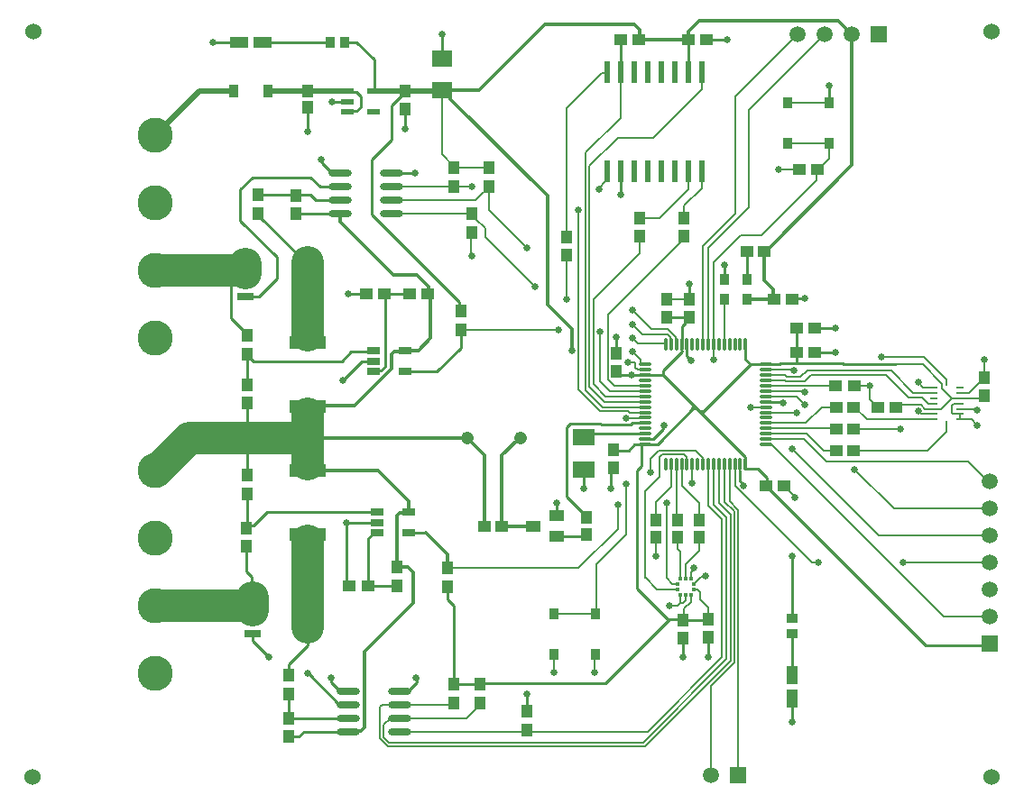
<source format=gtl>
G04*
G04 #@! TF.GenerationSoftware,Altium Limited,Altium Designer,19.0.14 (431)*
G04*
G04 Layer_Physical_Order=1*
G04 Layer_Color=255*
%FSLAX25Y25*%
%MOIN*%
G70*
G01*
G75*
%ADD14C,0.01000*%
%ADD17C,0.00700*%
%ADD19R,0.04724X0.04134*%
%ADD20R,0.03543X0.03937*%
%ADD21R,0.05512X0.03937*%
%ADD22R,0.03937X0.04528*%
%ADD23R,0.04528X0.03937*%
%ADD24R,0.03543X0.04134*%
%ADD25R,0.06693X0.04134*%
%ADD26R,0.04134X0.04724*%
%ADD27R,0.05906X0.02756*%
%ADD28R,0.13189X0.04921*%
%ADD29O,0.08661X0.02362*%
%ADD30R,0.04724X0.02559*%
%ADD31R,0.07874X0.06102*%
%ADD32R,0.02284X0.08032*%
%ADD33R,0.01181X0.01378*%
%ADD34R,0.01378X0.01181*%
%ADD35R,0.03051X0.00984*%
%ADD36R,0.00984X0.03051*%
%ADD37R,0.04764X0.02323*%
%ADD38O,0.05118X0.01181*%
%ADD39O,0.01181X0.05118*%
%ADD40R,0.04134X0.03543*%
%ADD41R,0.04134X0.06693*%
%ADD42R,0.03602X0.04803*%
%ADD43R,0.07480X0.06102*%
%ADD75C,0.02000*%
%ADD76C,0.01200*%
%ADD77C,0.00800*%
%ADD78C,0.00600*%
%ADD79C,0.12000*%
%ADD80C,0.10000*%
%ADD81C,0.04756*%
%ADD82C,0.13000*%
%ADD83C,0.05906*%
%ADD84R,0.05906X0.05906*%
%ADD85C,0.06000*%
%ADD86R,0.05906X0.05906*%
%ADD87C,0.02550*%
G36*
X257000Y147700D02*
X257300Y147400D01*
X255300D01*
X255500Y149200D01*
X257000Y147700D01*
D02*
G37*
G36*
X260000Y145500D02*
X258500Y147000D01*
X258200Y147300D01*
X260200D01*
X260000Y145500D01*
D02*
G37*
D14*
X288100Y164600D02*
X294200D01*
X287764Y164264D02*
X288100Y164600D01*
X294200D02*
X294253Y164654D01*
X251500Y70000D02*
X252000Y69500D01*
X228673Y160327D02*
X238256D01*
X138000Y265000D02*
Y265293D01*
X261154Y69846D02*
X261500Y69500D01*
X341949Y60500D02*
X365500D01*
X254346Y181653D02*
X254500Y181500D01*
X98310Y109610D02*
X139098D01*
X93570Y104870D02*
X98310Y109610D01*
X91906Y104870D02*
X93570D01*
X91000Y123000D02*
Y137000D01*
X267000Y196000D02*
X267500Y196500D01*
X292500Y188347D02*
X292754Y188600D01*
X205500Y108591D02*
X205591Y108500D01*
X127906Y105370D02*
X128406Y105870D01*
X122000Y48000D02*
X122081D01*
X169500Y186000D02*
Y187300D01*
X137000Y219800D02*
X169500Y187300D01*
X137000Y219800D02*
Y240000D01*
X92900Y75000D02*
Y85600D01*
Y73100D02*
Y75000D01*
X90906Y87594D02*
X92900Y85600D01*
X128000Y258000D02*
X131500D01*
X113500Y60500D02*
Y67000D01*
X244866Y162066D02*
X251700Y168900D01*
Y169520D01*
X284123Y164264D02*
X284207Y164348D01*
X251607Y170387D02*
X251720Y170500D01*
X251607Y169613D02*
Y170387D01*
X244866Y160327D02*
X275186Y130007D01*
X244866Y160327D02*
Y162066D01*
X251607Y169613D02*
X251700Y169520D01*
X228500Y160500D02*
X228673Y160327D01*
X294200Y164600D02*
X311168D01*
X294253Y164654D02*
Y168700D01*
X284123Y164264D02*
X287764D01*
X282744D02*
X284123D01*
X311168Y164600D02*
X311504Y164264D01*
X254500Y188500D02*
Y194000D01*
X275347Y125787D02*
X279713D01*
X311504Y164264D02*
X330764D01*
X275264Y125871D02*
X275347Y125787D01*
X167500Y45945D02*
X177000D01*
X217000Y138500D02*
X217173Y138673D01*
X238256D01*
X223500Y46500D02*
X247000Y70000D01*
X177260Y46500D02*
X223500D01*
X177000Y46240D02*
X177260Y46500D01*
X194500Y36000D02*
Y42500D01*
X247000Y70000D02*
X251500D01*
X246500D02*
X247000D01*
X165000Y77500D02*
Y81000D01*
Y77500D02*
X167500Y75000D01*
Y45945D02*
Y75000D01*
X225500Y118500D02*
Y124500D01*
X226500Y125500D01*
X236836Y134702D02*
X236871Y134736D01*
X236787Y134653D02*
X236836Y134702D01*
X234202D02*
X236836D01*
X235000Y81500D02*
X246500Y70000D01*
X235000Y81500D02*
Y125000D01*
X236787Y126787D01*
Y134653D01*
X236871Y134736D02*
X238256D01*
X252000Y69846D02*
X261154D01*
X229000Y227000D02*
X229000Y227000D01*
X229000Y227000D02*
Y232500D01*
X229000Y232500D01*
X246000Y181653D02*
X254346D01*
X253000Y179858D02*
Y180000D01*
X251642Y178500D02*
X253000Y179858D01*
X251642Y171744D02*
Y178500D01*
X85000Y181240D02*
Y194000D01*
Y181240D02*
X91000Y175240D01*
Y174945D02*
Y175240D01*
X90906Y87594D02*
Y96925D01*
X149474Y265026D02*
X149500Y265051D01*
X144500Y260051D02*
X149474Y265026D01*
X137000Y240000D02*
X144500Y247500D01*
X149500Y265051D02*
Y265346D01*
X144500Y247500D02*
Y260051D01*
X138000Y265293D02*
Y277000D01*
X131500Y283500D02*
X138000Y277000D01*
X142000Y163500D02*
Y190500D01*
X152000D01*
X141945D02*
X142000D01*
X152000D02*
X152000Y190500D01*
X227500Y168347D02*
Y174500D01*
X227500Y168347D02*
X227500Y168347D01*
X292500Y71256D02*
Y93500D01*
X292000Y70756D02*
X292500Y71256D01*
X292000Y70756D02*
X292500Y70256D01*
X288500Y150000D02*
Y150081D01*
X292000Y49000D02*
X292500Y49500D01*
Y64744D01*
X288096Y150484D02*
X288500Y150081D01*
X282744Y150484D02*
X288096D01*
X292500Y32000D02*
Y40571D01*
X292500Y40571D01*
X216043Y108500D02*
X216500D01*
X233610Y142610D02*
X238256D01*
X232925Y141925D02*
X233610Y142610D01*
X222075Y141925D02*
X232925D01*
X215500Y118500D02*
Y124843D01*
X209000Y115543D02*
X216043Y108500D01*
X209000Y115543D02*
Y141000D01*
X210500Y142500D01*
X221500D01*
X222075Y141925D01*
X216260Y100760D02*
X216500Y101000D01*
X205331Y100760D02*
X216260D01*
X161240Y161760D02*
X170000Y170520D01*
X149740Y161760D02*
X161240D01*
X170000Y170520D02*
Y176500D01*
X215500Y124843D02*
X215579Y124921D01*
X205500Y108591D02*
Y113000D01*
X306000Y262000D02*
X306500Y261500D01*
X306000Y262000D02*
Y267500D01*
X260847Y284500D02*
X268500D01*
X260846Y284500D02*
X260847Y284500D01*
X275186Y127334D02*
Y130007D01*
X238256Y160327D02*
X244866D01*
X282653Y119500D02*
X282949D01*
X341949Y60500D01*
X283000Y120000D02*
Y122500D01*
X279713Y125787D02*
X283000Y122500D01*
X275264Y125871D02*
Y127256D01*
X292754Y188600D02*
X297300D01*
X292347Y188500D02*
X292500Y188347D01*
X273200Y124091D02*
X273217Y124109D01*
X273200Y121219D02*
Y124091D01*
Y121219D02*
X274500Y119919D01*
X273217Y124109D02*
Y125000D01*
X274500Y119500D02*
Y119919D01*
X281764Y119082D02*
X282000Y118846D01*
X232000Y132500D02*
X234202Y134702D01*
X249595Y125500D02*
X249673Y125422D01*
X261500Y56000D02*
Y62000D01*
X252000Y56000D02*
Y61106D01*
X251976Y61130D02*
X252000Y61106D01*
X114000Y49701D02*
Y50000D01*
Y49701D02*
X125201Y38500D01*
X128551D01*
X92980Y62020D02*
X99000Y56000D01*
X92980Y62020D02*
Y64870D01*
X106500Y53500D02*
X113500Y60500D01*
X106500Y49445D02*
Y53500D01*
X106500Y49445D02*
X106500Y49445D01*
X114831Y100795D02*
X114906Y100870D01*
X107000Y33500D02*
X128551D01*
X112000Y28500D02*
X125500D01*
X110153Y26654D02*
X112000Y28500D01*
X106500Y26654D02*
X110153D01*
X226996Y125496D02*
X227000Y125500D01*
X214500Y125496D02*
X215500D01*
X228000Y132500D02*
X232000D01*
X229000Y275500D02*
X229000Y275500D01*
X229000Y275500D02*
Y284445D01*
X229055Y284500D01*
X267390Y187890D02*
Y188236D01*
Y173578D02*
X267468Y173500D01*
X267366Y188260D02*
X267390Y188236D01*
Y187890D02*
X267500Y188000D01*
X249673Y107075D02*
X250000Y106748D01*
X253532Y167239D02*
X255016Y165756D01*
X275264Y166035D02*
Y171744D01*
X241007Y136783D02*
X244643Y140418D01*
X253532Y167239D02*
Y171666D01*
X238256Y134736D02*
X242736D01*
X238334Y136783D02*
X241007D01*
X242736Y134736D02*
X256576Y148576D01*
X277134Y164264D02*
X282744D01*
X244643Y140418D02*
Y141383D01*
X275264Y166035D02*
X277035Y164264D01*
X259122Y146252D02*
X277134Y164264D01*
X300946Y168700D02*
X308600D01*
X300946Y177700D02*
X308600D01*
X294253Y176854D02*
X294600Y177200D01*
X294253Y168700D02*
Y176854D01*
X275500Y205500D02*
X275634Y205366D01*
Y195740D02*
Y205366D01*
X267500Y196500D02*
Y201000D01*
X152000Y102000D02*
X157000D01*
X153000Y235000D02*
X153000Y235000D01*
X144449Y235000D02*
X153000D01*
X144449Y235000D02*
X144449Y235000D01*
X99000Y283500D02*
X121744D01*
X121744Y283500D01*
X128000Y283500D02*
X131500D01*
X129500Y169000D02*
X137000D01*
X137500Y169500D01*
X126000Y165500D02*
X129500Y169000D01*
X133500Y165500D02*
X137693D01*
X126500Y158500D02*
X133500Y165500D01*
X140500Y162000D02*
X142000Y163500D01*
X137933Y162000D02*
X140500D01*
X137693Y161760D02*
X137933Y162000D01*
X128500Y190500D02*
X135055D01*
X135055Y190500D01*
X90906Y103870D02*
X91906Y104870D01*
X91000Y104000D02*
X91000Y104000D01*
Y116555D01*
X106500Y33347D02*
Y42500D01*
X107000Y33500D02*
X107000Y33500D01*
X106500Y42500D02*
X106500Y42500D01*
X118000Y230000D02*
X122000D01*
X114500Y233500D02*
X118000Y230000D01*
X93000Y233500D02*
X114500D01*
X88500Y229000D02*
X93000Y233500D01*
X88500Y217500D02*
Y229000D01*
Y217500D02*
X102000Y204000D01*
Y196000D02*
Y204000D01*
X95500Y189500D02*
X102000Y196000D01*
X90575Y189500D02*
X95500D01*
X108055Y226945D02*
X108500Y226500D01*
X95000Y226945D02*
X108055D01*
X110000Y227000D02*
X114500D01*
X116500Y225000D01*
X125551D01*
X124000Y220000D02*
X124000Y220000D01*
X109154Y220000D02*
X124000D01*
X109000Y220153D02*
X109154Y220000D01*
X95260Y219500D02*
X112760Y202000D01*
X95000Y219500D02*
X95260D01*
X112760Y202000D02*
X113500D01*
X163000Y278500D02*
Y286500D01*
Y278500D02*
X163500Y278000D01*
X163000Y277500D02*
X163500Y278000D01*
X149500Y251500D02*
Y258654D01*
X149500Y258654D01*
X128059Y265240D02*
X128299Y265000D01*
X122500Y261500D02*
X127500D01*
X122500Y261500D02*
X122500Y261500D01*
X91000Y137000D02*
Y149500D01*
X254000Y272500D02*
Y284000D01*
X78500Y283500D02*
X88071D01*
X88071Y283500D01*
X113500Y251000D02*
Y259298D01*
X113500Y259298D01*
X205331Y108240D02*
X205591Y108500D01*
X131500Y258000D02*
X133000Y259500D01*
Y263500D01*
X131500Y265000D02*
X133000Y263500D01*
X128299Y265000D02*
X131500D01*
X215498Y137502D02*
X215500Y137500D01*
X215327Y137673D02*
X215498Y137502D01*
X215500Y125000D02*
X215579Y124921D01*
X135906Y82370D02*
Y100020D01*
X153919Y48000D02*
X154000D01*
X173823Y212878D02*
X174000Y213055D01*
X118500Y240000D02*
X118797Y239703D01*
Y238605D02*
Y239703D01*
Y238605D02*
X122401Y235000D01*
X122500D01*
X153703Y47784D02*
X153919Y48000D01*
X153703Y46605D02*
Y47784D01*
X150599Y43500D02*
X153703Y46605D01*
X147449Y43500D02*
X150599D01*
X122081Y48000D02*
X122297Y47784D01*
Y46605D02*
Y47784D01*
Y46605D02*
X125401Y43500D01*
X128551D01*
X135906Y100020D02*
X138016Y102130D01*
X139098D01*
X128406Y105870D02*
X138406D01*
X127906Y83425D02*
Y105370D01*
Y83425D02*
X128961Y82370D01*
X135906D02*
X135961Y82425D01*
X146406D01*
X91000Y168055D02*
X91277Y167778D01*
X93555Y165500D01*
X126000D01*
X91000Y158945D02*
Y167500D01*
D17*
X354321Y151814D02*
X363786D01*
X363486Y151068D02*
X363500Y151054D01*
D19*
X285653Y188500D02*
D03*
X292347D02*
D03*
X260846Y284500D02*
D03*
X254153D02*
D03*
X324153Y148500D02*
D03*
X330847D02*
D03*
X300946Y177700D02*
D03*
X294253D02*
D03*
X300946Y168700D02*
D03*
X294253D02*
D03*
X289347Y119500D02*
D03*
X282653D02*
D03*
X301847Y236500D02*
D03*
X295153D02*
D03*
D20*
X275634Y188260D02*
D03*
X267366D02*
D03*
Y195740D02*
D03*
X275634D02*
D03*
X306177Y261079D02*
D03*
Y245921D02*
D03*
X290823D02*
D03*
Y261079D02*
D03*
X219677Y56921D02*
D03*
Y72079D02*
D03*
X204323D02*
D03*
Y56921D02*
D03*
D21*
X196669Y104500D02*
D03*
X205331Y108240D02*
D03*
Y100760D02*
D03*
D22*
X165000Y82055D02*
D03*
Y88945D02*
D03*
X236000Y211752D02*
D03*
Y218248D02*
D03*
X177000Y45945D02*
D03*
Y39055D02*
D03*
X216500Y101252D02*
D03*
Y107748D02*
D03*
X194500Y29055D02*
D03*
Y35945D02*
D03*
X106500Y42555D02*
D03*
Y49445D02*
D03*
X146406Y89315D02*
D03*
Y82425D02*
D03*
X91000Y123445D02*
D03*
Y116555D02*
D03*
X90906Y103815D02*
D03*
Y96925D02*
D03*
X167500Y39055D02*
D03*
Y45945D02*
D03*
Y230055D02*
D03*
Y236945D02*
D03*
X180500Y230055D02*
D03*
Y236945D02*
D03*
X170000Y177055D02*
D03*
Y183945D02*
D03*
X209000Y204752D02*
D03*
Y211248D02*
D03*
X250000Y100252D02*
D03*
Y106748D02*
D03*
X258000Y100252D02*
D03*
Y106748D02*
D03*
X242000Y100252D02*
D03*
Y106748D02*
D03*
X252500Y211752D02*
D03*
Y218248D02*
D03*
X91000Y168055D02*
D03*
Y174945D02*
D03*
X95000Y226945D02*
D03*
Y220055D02*
D03*
X91000Y150000D02*
D03*
Y156890D02*
D03*
X174000Y219945D02*
D03*
Y213055D02*
D03*
D23*
X135850Y82370D02*
D03*
X128961D02*
D03*
X275752Y206000D02*
D03*
X282248D02*
D03*
X308752Y140500D02*
D03*
X315248D02*
D03*
X185248Y104500D02*
D03*
X178752D02*
D03*
X235945Y284500D02*
D03*
X229055D02*
D03*
X308752Y148500D02*
D03*
X315248D02*
D03*
X308752Y132500D02*
D03*
X315248D02*
D03*
X315445Y156500D02*
D03*
X308555D02*
D03*
X141945Y190500D02*
D03*
X135055D02*
D03*
X157945Y190500D02*
D03*
X151055D02*
D03*
D24*
X127256Y283500D02*
D03*
X121744D02*
D03*
D25*
X88071D02*
D03*
X96929D02*
D03*
D26*
X106500Y33347D02*
D03*
Y26654D02*
D03*
X252000Y63153D02*
D03*
Y69846D02*
D03*
X261500Y63307D02*
D03*
Y70000D02*
D03*
X363500Y159346D02*
D03*
Y152654D02*
D03*
X246000Y181653D02*
D03*
Y188347D02*
D03*
X254500Y181653D02*
D03*
Y188347D02*
D03*
X227500Y168347D02*
D03*
Y161653D02*
D03*
X226500Y126154D02*
D03*
Y132846D02*
D03*
X113500Y259298D02*
D03*
Y265347D02*
D03*
X149500Y265346D02*
D03*
Y258654D02*
D03*
X109000Y226847D02*
D03*
Y220153D02*
D03*
D27*
X92980Y79870D02*
D03*
Y74870D02*
D03*
Y69870D02*
D03*
Y64870D02*
D03*
X114831D02*
D03*
Y69870D02*
D03*
Y74870D02*
D03*
Y79870D02*
D03*
X90575Y204500D02*
D03*
Y199500D02*
D03*
Y194500D02*
D03*
Y189500D02*
D03*
X112425D02*
D03*
Y194500D02*
D03*
Y199500D02*
D03*
Y204500D02*
D03*
D28*
X113500Y101378D02*
D03*
Y125000D02*
D03*
X113500Y172311D02*
D03*
Y148689D02*
D03*
D29*
X147449Y28500D02*
D03*
Y33500D02*
D03*
Y38500D02*
D03*
Y43500D02*
D03*
X128551Y28500D02*
D03*
Y33500D02*
D03*
Y38500D02*
D03*
Y43500D02*
D03*
X125551Y235000D02*
D03*
Y230000D02*
D03*
Y225000D02*
D03*
Y220000D02*
D03*
X144449Y235000D02*
D03*
Y230000D02*
D03*
Y225000D02*
D03*
Y220000D02*
D03*
D30*
X139098Y109610D02*
D03*
Y105870D02*
D03*
Y102130D02*
D03*
X150713D02*
D03*
Y109610D02*
D03*
X137693Y169240D02*
D03*
Y165500D02*
D03*
Y161760D02*
D03*
X149307D02*
D03*
Y169240D02*
D03*
D31*
X215500Y125496D02*
D03*
Y137504D02*
D03*
D32*
X259000Y235846D02*
D03*
X254000D02*
D03*
X249000D02*
D03*
X244000D02*
D03*
X239000D02*
D03*
X234000D02*
D03*
X229000D02*
D03*
X224000D02*
D03*
Y272500D02*
D03*
X229000D02*
D03*
X234000D02*
D03*
X239000D02*
D03*
X244000D02*
D03*
X249000D02*
D03*
X254000D02*
D03*
X259000D02*
D03*
D33*
X254969Y78988D02*
D03*
X253000D02*
D03*
X251031D02*
D03*
Y85012D02*
D03*
X253000D02*
D03*
X254969D02*
D03*
D34*
X249988Y81016D02*
D03*
Y82984D02*
D03*
X256012D02*
D03*
Y81016D02*
D03*
D35*
X354321Y143940D02*
D03*
Y145909D02*
D03*
Y147877D02*
D03*
Y149846D02*
D03*
Y151814D02*
D03*
Y153783D02*
D03*
X344754Y143940D02*
D03*
Y145909D02*
D03*
Y147877D02*
D03*
Y149846D02*
D03*
Y151814D02*
D03*
Y153783D02*
D03*
X354321Y155751D02*
D03*
X344754D02*
D03*
D36*
X349538Y142110D02*
D03*
Y157582D02*
D03*
D37*
X137941Y265240D02*
D03*
Y257760D02*
D03*
X128059D02*
D03*
Y261500D02*
D03*
Y265240D02*
D03*
D38*
X282744Y164264D02*
D03*
Y162295D02*
D03*
Y160327D02*
D03*
Y158358D02*
D03*
Y156390D02*
D03*
Y154421D02*
D03*
Y152453D02*
D03*
Y150484D02*
D03*
Y148516D02*
D03*
Y146547D02*
D03*
Y144579D02*
D03*
Y142610D02*
D03*
Y140642D02*
D03*
Y138673D02*
D03*
Y136705D02*
D03*
Y134736D02*
D03*
X238256D02*
D03*
Y136705D02*
D03*
Y138673D02*
D03*
Y140642D02*
D03*
Y142610D02*
D03*
Y144579D02*
D03*
Y146547D02*
D03*
Y148516D02*
D03*
Y150484D02*
D03*
Y152453D02*
D03*
Y154421D02*
D03*
Y156390D02*
D03*
Y158358D02*
D03*
Y160327D02*
D03*
Y162295D02*
D03*
Y164264D02*
D03*
D39*
X275264Y127256D02*
D03*
X273295D02*
D03*
X271327D02*
D03*
X269358D02*
D03*
X267390D02*
D03*
X265421D02*
D03*
X263453D02*
D03*
X261484D02*
D03*
X259516D02*
D03*
X257547D02*
D03*
X255579D02*
D03*
X253610D02*
D03*
X251642D02*
D03*
X249673D02*
D03*
X247705D02*
D03*
X245736D02*
D03*
Y171744D02*
D03*
X247705D02*
D03*
X249673D02*
D03*
X251642D02*
D03*
X253610D02*
D03*
X255579D02*
D03*
X257547D02*
D03*
X259516D02*
D03*
X261484D02*
D03*
X263453D02*
D03*
X265421D02*
D03*
X267390D02*
D03*
X269358D02*
D03*
X271327D02*
D03*
X273295D02*
D03*
X275264D02*
D03*
D40*
X292500Y70256D02*
D03*
Y64744D02*
D03*
D41*
X292500Y49429D02*
D03*
Y40571D02*
D03*
D42*
X86053Y265500D02*
D03*
X98947D02*
D03*
D43*
X163000Y277307D02*
D03*
Y265693D02*
D03*
D75*
X149207Y265293D02*
X149474Y265026D01*
X138000Y265293D02*
X149207D01*
X137994D02*
X138000D01*
X137941Y265240D02*
X137994Y265293D01*
X149500Y265346D02*
X160346D01*
X73500Y265500D02*
X86000D01*
X113606Y265240D02*
X127600D01*
X98947Y265500D02*
X113000D01*
X57000Y249000D02*
X73500Y265500D01*
D76*
X285500Y188500D02*
Y192000D01*
X158945Y173945D02*
Y190500D01*
X158000Y192000D02*
Y193200D01*
X153700Y197500D02*
X158000Y193200D01*
X145000Y197500D02*
X153700D01*
X127760Y265240D02*
X128000Y265000D01*
X113000Y265500D02*
X113500Y265000D01*
X185248Y105752D02*
Y130748D01*
Y105752D02*
X185500Y105500D01*
X185248Y130748D02*
X191000Y136500D01*
X185248Y104500D02*
X197000D01*
X166140Y262553D02*
X202000Y226693D01*
Y186500D02*
Y226693D01*
Y186500D02*
X211000Y177500D01*
Y169500D02*
Y177500D01*
X130837Y149000D02*
X144500Y162663D01*
X113811Y149000D02*
X130837D01*
X113500Y148689D02*
X113811Y149000D01*
X163689Y265693D02*
X176693D01*
X166140Y262553D02*
Y263242D01*
X163689Y265693D02*
X166140Y263242D01*
X163000Y265693D02*
X163689D01*
X191000Y136500D02*
X191500D01*
X197000Y104500D02*
X197000Y104500D01*
X172500Y137000D02*
X178752Y130748D01*
X178500Y105500D02*
X178752Y105752D01*
Y130748D01*
X113500Y137000D02*
X171500D01*
X172315D02*
X172500D01*
X172000D02*
X172315D01*
X284000Y207500D02*
X314500Y238000D01*
Y286500D01*
X309500Y291500D02*
X314500Y286500D01*
X258000Y291500D02*
X309500D01*
X254000Y287500D02*
X258000Y291500D01*
X165000Y88945D02*
Y94000D01*
X285500Y188500D02*
X285653D01*
X276000D02*
X285500D01*
X282248Y195252D02*
X285500Y192000D01*
X282248Y195252D02*
Y206000D01*
X254000Y284654D02*
Y287500D01*
Y284654D02*
X254153Y284500D01*
X176693Y265693D02*
X201000Y290000D01*
X235945Y284500D02*
X253500D01*
X236000Y285000D02*
Y288000D01*
X234000Y290000D02*
X236000Y288000D01*
X201000Y290000D02*
X234000D01*
X157000Y102000D02*
X165000Y94000D01*
X134500Y58000D02*
X152500Y76000D01*
X134500Y30000D02*
Y58000D01*
X133182Y28682D02*
X134500Y30000D01*
X128733Y28682D02*
X133182D01*
X160346Y265346D02*
X160500Y265500D01*
X146406Y89315D02*
Y108406D01*
X147500Y89500D02*
X150500D01*
X152500Y87500D01*
Y76000D02*
Y87500D01*
X128551Y28500D02*
X128733Y28682D01*
X147500Y109500D02*
X149500D01*
X146406Y108406D02*
X147500Y109500D01*
X119500Y125000D02*
X139500D01*
X150713Y113787D01*
Y109610D02*
Y113787D01*
X150500Y169500D02*
X154500D01*
X158945Y173945D01*
X145500Y169000D02*
X147500D01*
X144500Y168000D02*
X145500Y169000D01*
X144500Y162663D02*
Y168000D01*
X125551Y216949D02*
X145000Y197500D01*
X125551Y216949D02*
Y220000D01*
X96929Y283500D02*
X97185Y283756D01*
X113500Y265347D02*
X113606Y265240D01*
D77*
X362970Y158970D02*
Y160030D01*
X354321Y143980D02*
X354361Y143940D01*
X360400Y141700D02*
Y142200D01*
X179055Y236945D02*
X179500Y236500D01*
X167500Y236945D02*
X179055D01*
X167500D02*
Y237500D01*
X163000Y242000D02*
X167500Y237500D01*
X163000Y242000D02*
Y264500D01*
X316300Y156700D02*
X316500Y156500D01*
X321000D01*
Y151358D02*
X322400Y149958D01*
Y149900D02*
Y149958D01*
X321000Y151358D02*
Y156500D01*
X332500Y149784D02*
X332809Y149475D01*
X340025D01*
X341623Y147877D01*
X344754D01*
X358660Y143940D02*
X360400Y142200D01*
X354361Y143940D02*
X358660D01*
X354321D02*
X354361D01*
X354321Y145909D02*
X354459Y145771D01*
X354321Y143980D02*
Y145909D01*
X361162Y157162D02*
X362970Y158970D01*
X361153Y157162D02*
X361162D01*
X360333Y156342D02*
X361153Y157162D01*
X360333Y156333D02*
Y156342D01*
X357783Y153783D02*
X360333Y156333D01*
X354321Y153783D02*
X357783D01*
D78*
X287500Y236500D02*
X295500D01*
X254346Y188347D02*
X254500Y188500D01*
X251000Y78957D02*
X251031Y78988D01*
X251000Y76000D02*
Y78957D01*
X250000Y75000D02*
X251000Y76000D01*
X253000Y78988D02*
X253000Y78988D01*
X253000Y76900D02*
Y78988D01*
X252132Y76032D02*
X253000Y76900D01*
X251031Y76032D02*
X252132D01*
X339100Y157600D02*
X340949Y155751D01*
X344754D01*
X231900Y165000D02*
X234245D01*
X234597Y164648D01*
Y163103D02*
Y164648D01*
Y163103D02*
X235400Y162300D01*
X170555Y176500D02*
X171055Y177000D01*
X233500Y169000D02*
X236500Y166000D01*
Y164277D02*
Y166000D01*
X236486Y164264D02*
X236500Y164277D01*
X236125Y162300D02*
X236130Y162295D01*
X235400Y162300D02*
X236125D01*
X236130Y162295D02*
X238256D01*
X236486Y164264D02*
X238256D01*
X294092Y168708D02*
X294100Y168700D01*
X224333Y158836D02*
Y182833D01*
X221500Y158000D02*
Y176500D01*
Y158000D02*
X225079Y154421D01*
X224333Y158836D02*
X226779Y156390D01*
X219000Y157000D02*
Y188500D01*
X217600Y155900D02*
Y237600D01*
X216200Y154800D02*
Y242700D01*
X219000Y188500D02*
X236000Y205500D01*
X217600Y155900D02*
X223016Y150484D01*
X216200Y154800D02*
X222484Y148516D01*
X219000Y157000D02*
X223547Y152453D01*
X224333Y182833D02*
X252000Y210500D01*
X254500Y188500D02*
X254500Y188500D01*
X246000Y188347D02*
X254346D01*
X297225Y158225D02*
X299500Y160500D01*
X295625Y159625D02*
X298000Y162000D01*
X290018Y158225D02*
X297225D01*
X289885Y158358D02*
X290018Y158225D01*
X282744Y158358D02*
X289885D01*
X290598Y159625D02*
X295625D01*
X289896Y160327D02*
X290598Y159625D01*
X282744Y160327D02*
X289896D01*
X292705Y162295D02*
X293000Y162000D01*
X282744Y162295D02*
X292705D01*
X282744Y156390D02*
X307890D01*
X308000Y156500D01*
X347946Y155241D02*
Y157054D01*
X340736Y164264D02*
X347946Y157054D01*
X339936Y164264D02*
X340736D01*
X330764D02*
X339736D01*
X360462Y147701D02*
X360774Y147389D01*
X354734Y147701D02*
X360462D01*
X167555Y230000D02*
X174000D01*
X167500Y230055D02*
X167555Y230000D01*
X178832Y228091D02*
X180500Y229760D01*
X180500Y221500D02*
Y229500D01*
Y221500D02*
X194500Y207500D01*
X179000Y211500D02*
Y214650D01*
X175500Y218150D02*
X179000Y214650D01*
X175500Y218150D02*
Y219000D01*
X179000Y211500D02*
X197500Y193000D01*
X233500Y184500D02*
X240500Y177500D01*
X246480D01*
X249562Y174418D01*
Y171855D02*
Y174418D01*
Y171855D02*
X249673Y171744D01*
X233500Y179000D02*
X237000Y175500D01*
X246500D01*
X247593Y174407D01*
Y171855D02*
Y174407D01*
Y171855D02*
X247705Y171744D01*
X235500Y172000D02*
X245500D01*
X233500Y174000D02*
X235500Y172000D01*
X256662Y132500D02*
X259404Y129758D01*
X243000Y132500D02*
X256662D01*
X240000Y129500D02*
X243000Y132500D01*
X240000Y124500D02*
Y129500D01*
X259404Y127367D02*
Y129758D01*
Y127367D02*
X259516Y127256D01*
X228000Y103500D02*
Y112500D01*
X231000Y101500D02*
Y120000D01*
X220000Y90500D02*
X231000Y101500D01*
X213500Y89000D02*
X228000Y103500D01*
Y248000D02*
X241000D01*
X217600Y237600D02*
X228000Y248000D01*
X241000D02*
X259000Y266000D01*
X236000Y205500D02*
Y211500D01*
X252000Y210500D02*
X252500D01*
X167500Y230000D02*
X167500Y230000D01*
X144449Y230000D02*
X167500D01*
X147500Y220000D02*
X174000D01*
X173823Y204906D02*
Y212878D01*
X221000Y229500D02*
X223500Y232000D01*
X221000Y229000D02*
Y229500D01*
X213375Y155125D02*
Y220875D01*
X213500Y221000D01*
X216200Y242700D02*
X229000Y255500D01*
X225079Y154421D02*
X238256D01*
X209000Y188500D02*
Y203500D01*
X222000Y272000D02*
X223500D01*
X209000Y259000D02*
X222000Y272000D01*
X209000Y211248D02*
Y259000D01*
X221384Y147116D02*
X231743D01*
X213375Y155125D02*
X221384Y147116D01*
X231743D02*
X232312Y146547D01*
X238256D01*
X320000Y144000D02*
X344000D01*
X315500Y148500D02*
X320000Y144000D01*
X342700Y149800D02*
X343300D01*
X340500Y152000D02*
X342700Y149800D01*
X335500Y152000D02*
X340500D01*
X343300Y149800D02*
X343500Y150000D01*
X327000Y160500D02*
X335500Y152000D01*
X299500Y160500D02*
X327000D01*
X337200Y153800D02*
X343600D01*
X329000Y162000D02*
X337200Y153800D01*
X298000Y162000D02*
X329000D01*
X315248Y148500D02*
X315500D01*
X171055Y177000D02*
X206000D01*
X170000Y177055D02*
X170555Y176500D01*
X148000Y225000D02*
X148000Y225000D01*
X175445D01*
X178536Y228091D01*
X178832D01*
X180500Y229760D02*
Y230055D01*
X176000Y37500D02*
X177000D01*
X172000Y33500D02*
X176000Y37500D01*
X147449Y33500D02*
X172000D01*
X147500Y220000D02*
X147500Y220000D01*
X144449Y220000D02*
X147500D01*
X330000Y111000D02*
X365000D01*
X315500Y125500D02*
X330000Y111000D01*
X282791Y146500D02*
X294000D01*
X294047Y152453D02*
X297000Y149500D01*
X282744Y152453D02*
X294047D01*
X365000Y101000D02*
X365500Y100500D01*
X324500Y101000D02*
X365000D01*
X292500Y133000D02*
X324500Y101000D01*
X204579Y72079D02*
X219079D01*
X219500Y72500D01*
X219000Y72000D02*
X219079Y72079D01*
X220000Y72500D02*
Y90500D01*
X165000Y89000D02*
X213500D01*
X263500Y166000D02*
Y169500D01*
X277008Y148508D02*
X280992D01*
X277000Y148500D02*
X277008Y148508D01*
X231000Y144500D02*
X236000D01*
X223547Y152453D02*
X238256D01*
X223016Y150484D02*
X238256D01*
X222484Y148516D02*
X238256D01*
X229000Y255500D02*
Y269500D01*
X259000Y266000D02*
Y270500D01*
X253000Y90500D02*
X258000Y95500D01*
X253000Y85012D02*
Y90500D01*
X258000Y95500D02*
Y99500D01*
X304000Y286000D02*
X304500D01*
X276500Y222500D02*
Y258500D01*
X304000Y286000D01*
X294000D02*
X294500D01*
X271500Y263500D02*
X294000Y286000D01*
X271500Y220000D02*
Y263500D01*
X281000Y212000D02*
X301500Y232500D01*
X273500Y212000D02*
X281000D01*
X263453Y201953D02*
X273500Y212000D01*
X301500Y232500D02*
Y235500D01*
X263453Y171744D02*
Y201953D01*
X290902Y246000D02*
X306000D01*
Y240358D02*
Y245500D01*
X302142Y236500D02*
X306000Y240358D01*
X301847Y236500D02*
X302142D01*
X226779Y156390D02*
X238256D01*
X236000Y218500D02*
X243500D01*
X254000Y229000D01*
Y235846D01*
X259000Y229500D02*
Y233000D01*
X252500Y223000D02*
X259000Y229500D01*
X252500Y218248D02*
Y223000D01*
X259500Y173500D02*
Y208000D01*
X271500Y220000D01*
X261484Y207484D02*
X276500Y222500D01*
X261484Y171744D02*
Y207484D01*
X293500Y115000D02*
Y115347D01*
X289347Y119500D02*
X293500Y115347D01*
X261500Y12500D02*
X262500Y13500D01*
Y45520D02*
X271052Y54072D01*
X262500Y13500D02*
Y45520D01*
X272451Y12549D02*
X272500Y12500D01*
X282744Y142610D02*
X297610D01*
X282744Y140642D02*
X307858D01*
X282744Y138673D02*
X297827D01*
X296795Y136705D02*
X305000Y128500D01*
X282744Y136705D02*
X296795D01*
X282855Y154310D02*
X296690D01*
X282744Y146547D02*
X282791Y146500D01*
X299641Y91000D02*
X302000D01*
X271327Y119314D02*
X299641Y91000D01*
X271327Y119314D02*
Y127256D01*
X333500Y91000D02*
X365500D01*
X357500Y128500D02*
X365500Y120500D01*
X305000Y128500D02*
X357500D01*
X296690Y154310D02*
X297000Y154000D01*
X315248Y140500D02*
X332500D01*
X325500Y167000D02*
X341143D01*
X349538Y158606D01*
X282744Y154421D02*
X282855Y154310D01*
X284713Y134736D02*
X348449Y71000D01*
X282744Y134736D02*
X284713D01*
X348449Y71000D02*
X365000D01*
X365500Y70500D01*
X339000Y147000D02*
X340091Y145909D01*
X344754D01*
X315248Y140500D02*
X315248Y140500D01*
X347946Y155241D02*
X351386Y151800D01*
X353100D01*
X347463Y147877D02*
X351386Y151800D01*
X349500Y139500D02*
Y141000D01*
X342500Y132500D02*
X349500Y139500D01*
X315248Y132500D02*
X342500D01*
X303500Y148500D02*
X308000D01*
X297610Y142610D02*
X303500Y148500D01*
X304000Y132500D02*
X309000D01*
X297827Y138673D02*
X304000Y132500D01*
X307858Y140642D02*
X308000Y140500D01*
X272451Y12549D02*
Y110528D01*
X269358Y113622D02*
X272451Y110528D01*
X269358Y113622D02*
Y127256D01*
X271052Y54072D02*
Y109949D01*
X267500Y113500D02*
X271052Y109949D01*
X265421Y113079D02*
X269652Y108849D01*
Y54651D02*
Y108849D01*
X238000Y23000D02*
X269652Y54651D01*
X268251Y55251D02*
Y107748D01*
X263500Y112500D02*
X268251Y107748D01*
X263500Y112500D02*
Y125500D01*
X267500Y113500D02*
Y125000D01*
X267390Y125390D02*
X267500Y125500D01*
X143020Y23000D02*
X238000D01*
X140100Y37600D02*
X141000Y38500D01*
X143500D01*
X143500Y38500D01*
X140100Y25920D02*
Y37600D01*
Y25920D02*
X143020Y23000D01*
X265421Y113079D02*
Y127256D01*
X237500Y24500D02*
X268251Y55251D01*
X143500Y24500D02*
X237500D01*
X141500Y26500D02*
X143500Y24500D01*
X141500Y26500D02*
Y31000D01*
X144000Y33500D01*
X147449D01*
X167000Y38500D02*
X167000Y38500D01*
X147449Y38500D02*
X167000D01*
X239000Y28500D02*
X266500Y56000D01*
X147449Y28500D02*
X239000D01*
X266500Y56000D02*
Y107000D01*
X261484Y112016D02*
X266500Y107000D01*
X261484Y112016D02*
Y127256D01*
X244500Y131000D02*
X252500D01*
X243500Y130000D02*
X244500Y131000D01*
X243500Y122750D02*
Y130000D01*
X255500Y120500D02*
X255539Y120539D01*
Y125461D01*
X255500Y125500D02*
X255539Y125461D01*
X258000Y108000D02*
Y113000D01*
X251642Y119358D02*
X258000Y113000D01*
X251642Y119358D02*
Y127256D01*
X247705Y119205D02*
Y127256D01*
X242000Y113500D02*
X247705Y119205D01*
X242000Y109000D02*
Y113500D01*
X249673Y107075D02*
Y125422D01*
X238000Y85500D02*
Y85641D01*
X249984Y81016D02*
X250000Y81000D01*
X252500Y131000D02*
X253499Y130001D01*
X204500Y51000D02*
Y56744D01*
X204323Y56921D02*
X204500Y56744D01*
Y57000D02*
X204579Y56921D01*
X219500Y50500D02*
Y56744D01*
X219677Y56921D01*
X204500Y72000D02*
X204579Y72079D01*
X242000Y93500D02*
Y100000D01*
X238000Y85641D02*
X242625Y81016D01*
X238000Y85641D02*
Y117250D01*
X250000Y96000D02*
Y99000D01*
Y96000D02*
X251031Y94968D01*
Y85012D02*
Y94968D01*
X246000Y85269D02*
Y113000D01*
X261500Y71000D02*
Y74500D01*
X258500Y77500D02*
X261500Y74500D01*
X260127Y85627D02*
X260500Y86000D01*
X258753Y85627D02*
X260127D01*
X256110Y82984D02*
X258753Y85627D01*
X256012Y82984D02*
X256110D01*
X252500Y70500D02*
X252500Y70500D01*
Y74000D01*
X251976Y61130D02*
X252000Y61154D01*
X256000Y88472D02*
Y89000D01*
X254969Y87441D02*
X256000Y88472D01*
X254969Y85012D02*
Y87441D01*
X246000Y85269D02*
X248285Y82984D01*
X249988D01*
X242625Y81016D02*
X249984D01*
X238000Y117250D02*
X243500Y122750D01*
X253499Y127367D02*
Y130001D01*
Y127367D02*
X253610Y127256D01*
X267390Y173578D02*
Y187890D01*
X290823Y245921D02*
X290902Y246000D01*
X291000Y261000D02*
X291079Y261079D01*
X306177D01*
X253532Y171666D02*
X253610Y171744D01*
X238256Y136705D02*
X238334Y136783D01*
X244643Y141383D02*
X245016Y141756D01*
X275186Y127334D02*
X275264Y127256D01*
X289347Y119500D02*
X289347Y119500D01*
X363500Y159346D02*
Y166000D01*
X363500Y166000D01*
X216500Y138000D02*
X217083Y137417D01*
X352257Y149669D02*
X354145D01*
X354321Y149846D01*
X354557Y147877D02*
X354734Y147701D01*
X351496Y146437D02*
X351847Y146085D01*
X349341Y158409D02*
X349538Y158606D01*
X351847Y146085D02*
X352983D01*
X351496Y148908D02*
X352257Y149669D01*
X344754Y147877D02*
X347463D01*
X351496Y146437D02*
Y148908D01*
X254969Y76468D02*
Y78988D01*
X252500Y74000D02*
X254969Y76468D01*
X247000Y75000D02*
X250000D01*
X258500Y77500D02*
Y80000D01*
X257601Y80899D02*
X258500Y80000D01*
X256128Y80899D02*
X257601D01*
X256012Y81016D02*
X256128Y80899D01*
D79*
X92900Y75000D02*
X92980D01*
X57000D02*
X92900D01*
X92980Y73268D02*
Y74870D01*
Y75000D01*
X93000Y78000D01*
X113500Y74870D02*
Y99000D01*
Y67000D02*
Y74870D01*
X57000Y199000D02*
X89000D01*
X113500Y189500D02*
Y202000D01*
X90575Y199500D02*
Y201500D01*
Y197953D02*
Y199500D01*
X92980Y73268D02*
X93000Y73248D01*
X113500Y175000D02*
Y189000D01*
Y137000D02*
Y146000D01*
Y127500D02*
Y137000D01*
X91000D02*
X113500D01*
X69812D02*
X91000D01*
X57812Y125000D02*
X69812Y137000D01*
D80*
X57000Y125000D02*
X57812D01*
D81*
X172315Y137000D02*
D03*
X192000D02*
D03*
D82*
X57000Y125000D02*
D03*
Y100000D02*
D03*
Y75000D02*
D03*
Y50000D02*
D03*
Y249000D02*
D03*
Y224000D02*
D03*
Y199000D02*
D03*
Y174000D02*
D03*
D83*
X262500Y12500D02*
D03*
X294500Y286500D02*
D03*
X304500D02*
D03*
X314500D02*
D03*
X365500Y121000D02*
D03*
Y111000D02*
D03*
Y101000D02*
D03*
Y91000D02*
D03*
Y71000D02*
D03*
Y81000D02*
D03*
D84*
X272500Y12500D02*
D03*
X324500Y286500D02*
D03*
D85*
X11811Y11811D02*
D03*
X12000Y287500D02*
D03*
X366142Y11811D02*
D03*
X366000Y287500D02*
D03*
D86*
X365500Y61000D02*
D03*
D87*
X231900Y165000D02*
D03*
X233000Y160500D02*
D03*
X233500Y169000D02*
D03*
X293000Y162000D02*
D03*
X360774Y147389D02*
D03*
X194500Y42500D02*
D03*
Y207500D02*
D03*
X197500Y193000D02*
D03*
X225500Y118500D02*
D03*
X228000Y112500D02*
D03*
X231000Y120000D02*
D03*
X240000Y124500D02*
D03*
X174000Y230000D02*
D03*
X233500Y184500D02*
D03*
Y179000D02*
D03*
Y174000D02*
D03*
X221000Y229000D02*
D03*
X213500Y221500D02*
D03*
X221500Y176500D02*
D03*
X209000Y188500D02*
D03*
X211000Y169500D02*
D03*
X321000Y156500D02*
D03*
X229000Y227000D02*
D03*
X206000Y177000D02*
D03*
X292500Y93500D02*
D03*
X289000Y150000D02*
D03*
X315500Y125500D02*
D03*
X294000Y146500D02*
D03*
X292500Y133000D02*
D03*
Y32000D02*
D03*
X215500Y118500D02*
D03*
X277000Y148500D02*
D03*
X263500Y166000D02*
D03*
X231000Y144500D02*
D03*
X227500Y174500D02*
D03*
X205500Y113000D02*
D03*
X287500Y236500D02*
D03*
X306000Y267500D02*
D03*
X293500Y115000D02*
D03*
X297000Y149500D02*
D03*
X302000Y91000D02*
D03*
X333500D02*
D03*
X297000Y154000D02*
D03*
X339000Y157700D02*
D03*
X332500Y140500D02*
D03*
X325500Y167000D02*
D03*
X339000Y147000D02*
D03*
X297300Y188600D02*
D03*
X274500Y119500D02*
D03*
X261500Y56000D02*
D03*
X252000D02*
D03*
X219500Y50500D02*
D03*
X204500D02*
D03*
X260500Y86000D02*
D03*
X256000Y89000D02*
D03*
X242000Y93500D02*
D03*
X246000Y113000D02*
D03*
X99000Y56000D02*
D03*
X113500Y50000D02*
D03*
X268500Y284500D02*
D03*
X255016Y165756D02*
D03*
X245016Y141756D02*
D03*
X254500Y194000D02*
D03*
X308600Y168700D02*
D03*
Y177700D02*
D03*
X267500Y201000D02*
D03*
X153000Y235000D02*
D03*
X128500Y190500D02*
D03*
X163000Y286500D02*
D03*
X149500Y251500D02*
D03*
X122500Y261500D02*
D03*
X174000Y204500D02*
D03*
X363500Y166000D02*
D03*
X113500Y250500D02*
D03*
X78500Y283500D02*
D03*
X255500Y120500D02*
D03*
X153500Y48500D02*
D03*
X360900Y141700D02*
D03*
X247000Y75000D02*
D03*
X118500Y240000D02*
D03*
X122000Y48500D02*
D03*
X126500Y158500D02*
D03*
X127906Y105870D02*
D03*
M02*

</source>
